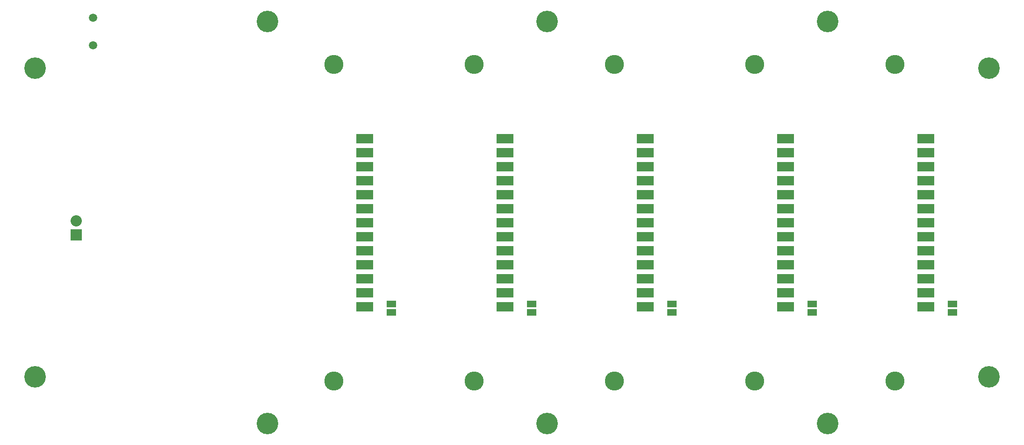
<source format=gbs>
G04 (created by PCBNEW-RS274X (2011-05-25)-stable) date Fri 12 Oct 2012 09:19:42 AM PDT*
G01*
G70*
G90*
%MOIN*%
G04 Gerber Fmt 3.4, Leading zero omitted, Abs format*
%FSLAX34Y34*%
G04 APERTURE LIST*
%ADD10C,0.006000*%
%ADD11C,0.153900*%
%ADD12R,0.120000X0.070000*%
%ADD13C,0.136000*%
%ADD14C,0.059000*%
%ADD15R,0.065000X0.045000*%
%ADD16R,0.080000X0.080000*%
%ADD17C,0.080000*%
G04 APERTURE END LIST*
G54D10*
G54D11*
X77185Y-41717D03*
X57185Y-41717D03*
X37234Y-41717D03*
X37234Y-13008D03*
X57185Y-13008D03*
X77185Y-13008D03*
G54D12*
X84185Y-21362D03*
X84185Y-22362D03*
X84185Y-23362D03*
X84185Y-24362D03*
X84185Y-25362D03*
X84185Y-26362D03*
X84185Y-27362D03*
X84185Y-28362D03*
X84185Y-29362D03*
X84185Y-30362D03*
X84185Y-31362D03*
X84185Y-32362D03*
X84185Y-33362D03*
G54D13*
X81965Y-16062D03*
X81965Y-38662D03*
G54D12*
X74185Y-21362D03*
X74185Y-22362D03*
X74185Y-23362D03*
X74185Y-24362D03*
X74185Y-25362D03*
X74185Y-26362D03*
X74185Y-27362D03*
X74185Y-28362D03*
X74185Y-29362D03*
X74185Y-30362D03*
X74185Y-31362D03*
X74185Y-32362D03*
X74185Y-33362D03*
G54D13*
X71965Y-16062D03*
X71965Y-38662D03*
G54D12*
X64185Y-21362D03*
X64185Y-22362D03*
X64185Y-23362D03*
X64185Y-24362D03*
X64185Y-25362D03*
X64185Y-26362D03*
X64185Y-27362D03*
X64185Y-28362D03*
X64185Y-29362D03*
X64185Y-30362D03*
X64185Y-31362D03*
X64185Y-32362D03*
X64185Y-33362D03*
G54D13*
X61965Y-16062D03*
X61965Y-38662D03*
G54D12*
X44185Y-21362D03*
X44185Y-22362D03*
X44185Y-23362D03*
X44185Y-24362D03*
X44185Y-25362D03*
X44185Y-26362D03*
X44185Y-27362D03*
X44185Y-28362D03*
X44185Y-29362D03*
X44185Y-30362D03*
X44185Y-31362D03*
X44185Y-32362D03*
X44185Y-33362D03*
G54D13*
X41965Y-16062D03*
X41965Y-38662D03*
G54D14*
X24803Y-12736D03*
X24803Y-14704D03*
G54D15*
X46085Y-33187D03*
X46085Y-33787D03*
X66085Y-33187D03*
X66085Y-33787D03*
X76085Y-33187D03*
X76085Y-33787D03*
X86085Y-33187D03*
X86085Y-33787D03*
G54D16*
X23622Y-28256D03*
G54D17*
X23622Y-27256D03*
G54D11*
X20685Y-16354D03*
X20685Y-38370D03*
X88685Y-38370D03*
X88685Y-16354D03*
G54D12*
X54185Y-21362D03*
X54185Y-22362D03*
X54185Y-23362D03*
X54185Y-24362D03*
X54185Y-25362D03*
X54185Y-26362D03*
X54185Y-27362D03*
X54185Y-28362D03*
X54185Y-29362D03*
X54185Y-30362D03*
X54185Y-31362D03*
X54185Y-32362D03*
X54185Y-33362D03*
G54D13*
X51965Y-16062D03*
X51965Y-38662D03*
G54D15*
X56085Y-33187D03*
X56085Y-33787D03*
M02*

</source>
